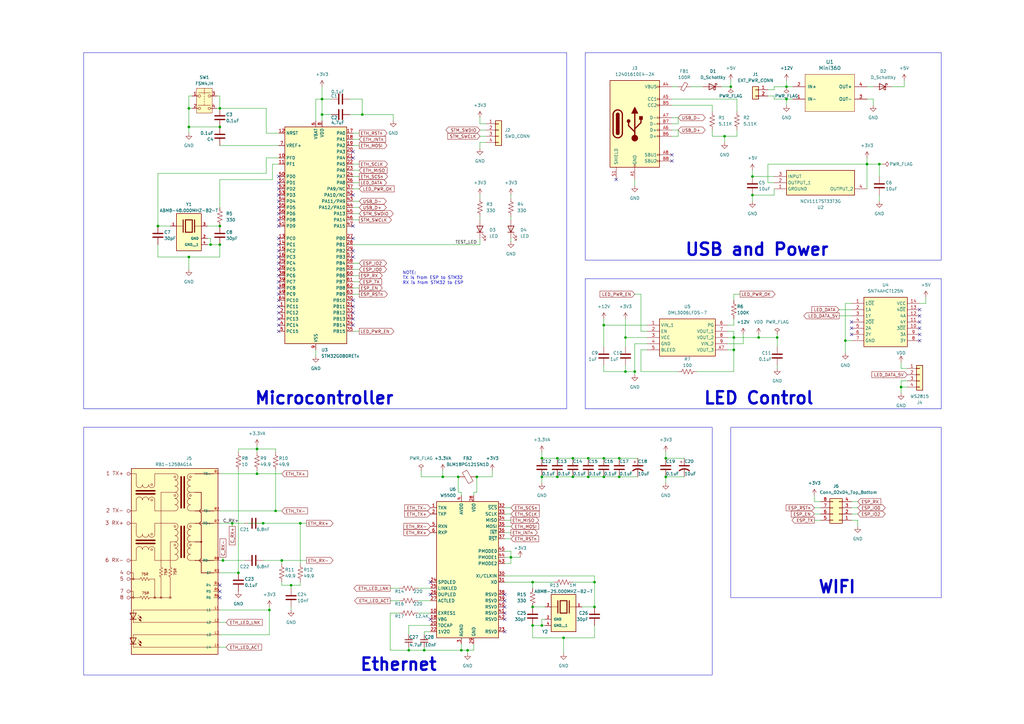
<source format=kicad_sch>
(kicad_sch (version 20230121) (generator eeschema)
  (paper "A3")
  (title_block (title "Microcontroller") (date "2024-01-11") (rev "A.1") (company "Joseph Ladino"))
  (junction (at 234.95 187.96))
  (junction (at 105.41 194.31))
  (junction (at 119.38 240.03))
  (junction (at 107.95 214.63))
  (junction (at 132.08 46.99))
  (junction (at 95.25 214.63))
  (junction (at 167.64 266.7))
  (junction (at 218.44 256.54))
  (junction (at 311.15 138.43))
  (junction (at 234.95 195.58))
  (junction (at 187.96 195.58))
  (junction (at 228.6 195.58))
  (junction (at 355.6 67.31))
  (junction (at 77.47 44.45))
  (junction (at 308.61 80.01))
  (junction (at 64.77 92.71))
  (junction (at 90.17 52.07))
  (junction (at 218.44 238.76))
  (junction (at 299.72 35.56))
  (junction (at 191.77 266.7))
  (junction (at 90.17 92.71))
  (junction (at 181.61 195.58))
  (junction (at 247.65 187.96))
  (junction (at 228.6 187.96))
  (junction (at 241.3 187.96))
  (junction (at 273.05 187.96))
  (junction (at 113.03 209.55))
  (junction (at 97.79 234.95))
  (junction (at 322.58 40.64))
  (junction (at 256.54 152.4))
  (junction (at 115.57 229.87))
  (junction (at 360.68 67.31))
  (junction (at 241.3 195.58))
  (junction (at 254 195.58))
  (junction (at 308.61 72.39))
  (junction (at 77.47 52.07))
  (junction (at 91.44 229.87))
  (junction (at 256.54 138.43))
  (junction (at 77.47 105.41))
  (junction (at 90.17 100.33))
  (junction (at 231.14 261.62))
  (junction (at 243.84 238.76))
  (junction (at 105.41 184.15))
  (junction (at 318.77 138.43))
  (junction (at 90.17 44.45))
  (junction (at 247.65 133.35))
  (junction (at 300.99 138.43))
  (junction (at 300.99 143.51))
  (junction (at 148.59 46.99))
  (junction (at 346.71 139.7))
  (junction (at 195.58 195.58))
  (junction (at 173.99 266.7))
  (junction (at 369.57 158.75))
  (junction (at 273.05 195.58))
  (junction (at 297.18 55.88))
  (junction (at 132.08 40.64))
  (junction (at 218.44 248.92))
  (junction (at 86.36 100.33))
  (junction (at 222.25 256.54))
  (junction (at 222.25 187.96))
  (junction (at 209.55 228.6))
  (junction (at 254 187.96))
  (junction (at 222.25 195.58))
  (junction (at 247.65 195.58))
  (junction (at 123.19 214.63))
  (junction (at 110.49 250.19))
  (junction (at 189.23 266.7))
  (junction (at 243.84 248.92))
  (junction (at 322.58 35.56))
  (junction (at 260.35 152.4))
  (no_connect (at 114.3 107.95))
  (no_connect (at 377.19 127))
  (no_connect (at 349.25 137.16))
  (no_connect (at 114.3 85.09))
  (no_connect (at 144.78 97.79))
  (no_connect (at 144.78 105.41))
  (no_connect (at 144.78 102.87))
  (no_connect (at 114.3 92.71))
  (no_connect (at 176.53 243.84))
  (no_connect (at 114.3 110.49))
  (no_connect (at 377.19 132.08))
  (no_connect (at 114.3 74.93))
  (no_connect (at 349.25 132.08))
  (no_connect (at 114.3 115.57))
  (no_connect (at 90.17 245.11))
  (no_connect (at 114.3 130.81))
  (no_connect (at 144.78 64.77))
  (no_connect (at 114.3 118.11))
  (no_connect (at 144.78 130.81))
  (no_connect (at 207.01 246.38))
  (no_connect (at 275.59 66.04))
  (no_connect (at 114.3 128.27))
  (no_connect (at 207.01 251.46))
  (no_connect (at 114.3 105.41))
  (no_connect (at 252.73 73.66))
  (no_connect (at 114.3 72.39))
  (no_connect (at 377.19 137.16))
  (no_connect (at 114.3 125.73))
  (no_connect (at 377.19 129.54))
  (no_connect (at 90.17 240.03))
  (no_connect (at 275.59 63.5))
  (no_connect (at 144.78 92.71))
  (no_connect (at 349.25 134.62))
  (no_connect (at 207.01 243.84))
  (no_connect (at 114.3 113.03))
  (no_connect (at 114.3 100.33))
  (no_connect (at 114.3 120.65))
  (no_connect (at 207.01 248.92))
  (no_connect (at 176.53 254))
  (no_connect (at 114.3 77.47))
  (no_connect (at 144.78 128.27))
  (no_connect (at 114.3 90.17))
  (no_connect (at 114.3 80.01))
  (no_connect (at 144.78 123.19))
  (no_connect (at 90.17 242.57))
  (no_connect (at 114.3 97.79))
  (no_connect (at 207.01 259.08))
  (no_connect (at 114.3 87.63))
  (no_connect (at 114.3 82.55))
  (no_connect (at 144.78 62.23))
  (no_connect (at 114.3 123.19))
  (no_connect (at 114.3 133.35))
  (no_connect (at 176.53 238.76))
  (no_connect (at 377.19 134.62))
  (no_connect (at 144.78 80.01))
  (no_connect (at 114.3 135.89))
  (no_connect (at 377.19 139.7))
  (no_connect (at 114.3 102.87))
  (no_connect (at 207.01 254))
  (no_connect (at 144.78 133.35))
  (no_connect (at 144.78 125.73))
  (wire (pts (xy 196.85 58.42) (xy 199.39 58.42)))
  (wire (pts (xy 325.12 35.56) (xy 322.58 35.56)))
  (wire (pts (xy 314.96 67.31) (xy 314.96 74.93)))
  (wire (pts (xy 144.78 57.15) (xy 147.32 57.15)))
  (wire (pts (xy 351.79 208.28) (xy 349.25 208.28)))
  (wire (pts (xy 275.59 43.18) (xy 292.1 43.18)))
  (wire (pts (xy 207.01 210.82) (xy 209.55 210.82)))
  (wire (pts (xy 90.17 209.55) (xy 113.03 209.55)))
  (wire (pts (xy 247.65 187.96) (xy 254 187.96)))
  (wire (pts (xy 144.78 54.61) (xy 147.32 54.61)))
  (wire (pts (xy 167.64 266.7) (xy 160.02 266.7)))
  (wire (pts (xy 317.5 77.47) (xy 317.5 80.01)))
  (wire (pts (xy 275.59 53.34) (xy 278.13 53.34)))
  (wire (pts (xy 144.78 72.39) (xy 147.32 72.39)))
  (wire (pts (xy 298.45 133.35) (xy 300.99 133.35)))
  (wire (pts (xy 196.85 55.88) (xy 199.39 55.88)))
  (wire (pts (xy 207.01 208.28) (xy 209.55 208.28)))
  (wire (pts (xy 132.08 46.99) (xy 135.89 46.99)))
  (wire (pts (xy 317.5 39.37) (xy 317.5 40.64)))
  (wire (pts (xy 318.77 138.43) (xy 318.77 142.24)))
  (wire (pts (xy 144.78 107.95) (xy 147.32 107.95)))
  (wire (pts (xy 64.77 71.12) (xy 64.77 92.71)))
  (wire (pts (xy 209.55 80.01) (xy 209.55 81.28)))
  (wire (pts (xy 209.55 90.17) (xy 209.55 88.9)))
  (wire (pts (xy 173.99 266.7) (xy 173.99 265.43)))
  (wire (pts (xy 173.99 260.35) (xy 173.99 259.08)))
  (wire (pts (xy 273.05 195.58) (xy 273.05 198.12)))
  (wire (pts (xy 298.45 138.43) (xy 300.99 138.43)))
  (wire (pts (xy 187.96 195.58) (xy 181.61 195.58)))
  (wire (pts (xy 129.54 40.64) (xy 129.54 49.53)))
  (wire (pts (xy 64.77 71.12) (xy 109.22 71.12)))
  (wire (pts (xy 260.35 73.66) (xy 260.35 76.2)))
  (wire (pts (xy 218.44 238.76) (xy 218.44 241.3)))
  (wire (pts (xy 314.96 39.37) (xy 317.5 39.37)))
  (wire (pts (xy 260.35 140.97) (xy 260.35 152.4)))
  (wire (pts (xy 191.77 266.7) (xy 191.77 267.97)))
  (wire (pts (xy 196.85 97.79) (xy 196.85 100.33)))
  (wire (pts (xy 97.79 184.15) (xy 97.79 185.42)))
  (wire (pts (xy 265.43 135.89) (xy 262.89 135.89)))
  (wire (pts (xy 292.1 53.34) (xy 292.1 55.88)))
  (wire (pts (xy 113.03 184.15) (xy 113.03 185.42)))
  (wire (pts (xy 195.58 195.58) (xy 195.58 201.93)))
  (wire (pts (xy 171.45 246.38) (xy 176.53 246.38)))
  (wire (pts (xy 77.47 44.45) (xy 77.47 52.07)))
  (wire (pts (xy 241.3 187.96) (xy 247.65 187.96)))
  (wire (pts (xy 77.47 105.41) (xy 90.17 105.41)))
  (wire (pts (xy 95.25 215.9) (xy 95.25 214.63)))
  (wire (pts (xy 77.47 39.37) (xy 78.74 39.37)))
  (wire (pts (xy 334.01 210.82) (xy 336.55 210.82)))
  (wire (pts (xy 85.09 92.71) (xy 90.17 92.71)))
  (wire (pts (xy 243.84 238.76) (xy 243.84 248.92)))
  (wire (pts (xy 144.78 120.65) (xy 147.32 120.65)))
  (wire (pts (xy 346.71 139.7) (xy 346.71 144.78)))
  (wire (pts (xy 209.55 99.06) (xy 209.55 97.79)))
  (wire (pts (xy 334.01 208.28) (xy 336.55 208.28)))
  (wire (pts (xy 90.17 194.31) (xy 105.41 194.31)))
  (wire (pts (xy 234.95 187.96) (xy 241.3 187.96)))
  (wire (pts (xy 86.36 97.79) (xy 86.36 100.33)))
  (wire (pts (xy 77.47 52.07) (xy 90.17 52.07)))
  (wire (pts (xy 379.73 124.46) (xy 377.19 124.46)))
  (wire (pts (xy 243.84 248.92) (xy 238.76 248.92)))
  (wire (pts (xy 302.26 53.34) (xy 302.26 55.88)))
  (wire (pts (xy 247.65 152.4) (xy 256.54 152.4)))
  (wire (pts (xy 317.5 80.01) (xy 308.61 80.01)))
  (wire (pts (xy 273.05 185.42) (xy 273.05 187.96)))
  (wire (pts (xy 101.6 214.63) (xy 107.95 214.63)))
  (wire (pts (xy 308.61 80.01) (xy 308.61 82.55)))
  (wire (pts (xy 111.76 73.66) (xy 111.76 67.31)))
  (wire (pts (xy 207.01 220.98) (xy 209.55 220.98)))
  (wire (pts (xy 372.11 156.21) (xy 369.57 156.21)))
  (wire (pts (xy 262.89 135.89) (xy 262.89 120.65)))
  (wire (pts (xy 344.17 127) (xy 349.25 127)))
  (wire (pts (xy 247.65 133.35) (xy 247.65 142.24)))
  (wire (pts (xy 256.54 138.43) (xy 256.54 130.81)))
  (wire (pts (xy 300.99 138.43) (xy 311.15 138.43)))
  (wire (pts (xy 123.19 238.76) (xy 123.19 240.03)))
  (wire (pts (xy 209.55 228.6) (xy 213.36 228.6)))
  (wire (pts (xy 254 187.96) (xy 261.62 187.96)))
  (wire (pts (xy 275.59 35.56) (xy 278.13 35.56)))
  (wire (pts (xy 95.25 214.63) (xy 100.33 214.63)))
  (wire (pts (xy 90.17 234.95) (xy 97.79 234.95)))
  (wire (pts (xy 194.31 266.7) (xy 191.77 266.7)))
  (wire (pts (xy 113.03 209.55) (xy 113.03 193.04)))
  (wire (pts (xy 300.99 152.4) (xy 300.99 143.51)))
  (wire (pts (xy 361.95 67.31) (xy 360.68 67.31)))
  (wire (pts (xy 292.1 45.72) (xy 292.1 43.18)))
  (wire (pts (xy 132.08 40.64) (xy 135.89 40.64)))
  (wire (pts (xy 171.45 241.3) (xy 176.53 241.3)))
  (wire (pts (xy 365.76 35.56) (xy 370.84 35.56)))
  (wire (pts (xy 349.25 205.74) (xy 351.79 205.74)))
  (wire (pts (xy 254 195.58) (xy 261.62 195.58)))
  (wire (pts (xy 129.54 143.51) (xy 129.54 146.05)))
  (wire (pts (xy 91.44 228.6) (xy 91.44 229.87)))
  (wire (pts (xy 90.17 100.33) (xy 90.17 105.41)))
  (wire (pts (xy 109.22 54.61) (xy 114.3 54.61)))
  (wire (pts (xy 115.57 229.87) (xy 107.95 229.87)))
  (wire (pts (xy 311.15 137.16) (xy 311.15 138.43)))
  (wire (pts (xy 160.02 251.46) (xy 160.02 266.7)))
  (wire (pts (xy 90.17 85.09) (xy 90.17 73.66)))
  (wire (pts (xy 105.41 184.15) (xy 97.79 184.15)))
  (wire (pts (xy 322.58 35.56) (xy 322.58 33.02)))
  (wire (pts (xy 97.79 193.04) (xy 97.79 234.95)))
  (wire (pts (xy 370.84 33.02) (xy 370.84 35.56)))
  (wire (pts (xy 143.51 46.99) (xy 148.59 46.99)))
  (wire (pts (xy 109.22 44.45) (xy 109.22 54.61)))
  (wire (pts (xy 207.01 236.22) (xy 243.84 236.22)))
  (wire (pts (xy 358.14 40.64) (xy 355.6 40.64)))
  (wire (pts (xy 90.17 59.69) (xy 114.3 59.69)))
  (wire (pts (xy 379.73 121.92) (xy 379.73 124.46)))
  (wire (pts (xy 260.35 152.4) (xy 260.35 153.67)))
  (wire (pts (xy 189.23 201.93) (xy 189.23 203.2)))
  (wire (pts (xy 304.8 140.97) (xy 298.45 140.97)))
  (wire (pts (xy 123.19 214.63) (xy 107.95 214.63)))
  (wire (pts (xy 194.31 264.16) (xy 194.31 266.7)))
  (wire (pts (xy 355.6 67.31) (xy 360.68 67.31)))
  (wire (pts (xy 336.55 205.74) (xy 334.01 205.74)))
  (wire (pts (xy 115.57 229.87) (xy 125.73 229.87)))
  (wire (pts (xy 223.52 256.54) (xy 222.25 256.54)))
  (wire (pts (xy 90.17 44.45) (xy 90.17 39.37)))
  (wire (pts (xy 110.49 250.19) (xy 90.17 250.19)))
  (wire (pts (xy 144.78 82.55) (xy 147.32 82.55)))
  (wire (pts (xy 144.78 135.89) (xy 147.32 135.89)))
  (wire (pts (xy 77.47 105.41) (xy 77.47 110.49)))
  (wire (pts (xy 110.49 260.35) (xy 110.49 250.19)))
  (wire (pts (xy 207.01 228.6) (xy 209.55 228.6)))
  (wire (pts (xy 247.65 133.35) (xy 247.65 130.81)))
  (wire (pts (xy 144.78 118.11) (xy 147.32 118.11)))
  (wire (pts (xy 241.3 195.58) (xy 247.65 195.58)))
  (wire (pts (xy 300.99 130.81) (xy 300.99 133.35)))
  (wire (pts (xy 231.14 261.62) (xy 231.14 267.97)))
  (wire (pts (xy 299.72 35.56) (xy 295.91 35.56)))
  (wire (pts (xy 275.59 40.64) (xy 302.26 40.64)))
  (wire (pts (xy 132.08 35.56) (xy 132.08 40.64)))
  (wire (pts (xy 85.09 97.79) (xy 86.36 97.79)))
  (wire (pts (xy 358.14 40.64) (xy 358.14 43.18)))
  (wire (pts (xy 228.6 195.58) (xy 234.95 195.58)))
  (wire (pts (xy 148.59 40.64) (xy 148.59 46.99)))
  (wire (pts (xy 344.17 129.54) (xy 349.25 129.54)))
  (wire (pts (xy 144.78 100.33) (xy 196.85 100.33)))
  (wire (pts (xy 196.85 50.8) (xy 196.85 48.26)))
  (wire (pts (xy 243.84 256.54) (xy 243.84 261.62)))
  (wire (pts (xy 262.89 152.4) (xy 262.89 143.51)))
  (wire (pts (xy 161.29 46.99) (xy 161.29 49.53)))
  (wire (pts (xy 223.52 254) (xy 222.25 254)))
  (wire (pts (xy 144.78 87.63) (xy 147.32 87.63)))
  (wire (pts (xy 369.57 156.21) (xy 369.57 158.75)))
  (wire (pts (xy 300.99 138.43) (xy 300.99 135.89)))
  (wire (pts (xy 349.25 139.7) (xy 346.71 139.7)))
  (wire (pts (xy 123.19 214.63) (xy 125.73 214.63)))
  (wire (pts (xy 207.01 213.36) (xy 209.55 213.36)))
  (wire (pts (xy 105.41 194.31) (xy 105.41 193.04)))
  (wire (pts (xy 207.01 215.9) (xy 209.55 215.9)))
  (wire (pts (xy 317.5 35.56) (xy 317.5 36.83)))
  (wire (pts (xy 372.11 158.75) (xy 369.57 158.75)))
  (wire (pts (xy 355.6 67.31) (xy 314.96 67.31)))
  (wire (pts (xy 299.72 33.02) (xy 299.72 35.56)))
  (wire (pts (xy 196.85 50.8) (xy 199.39 50.8)))
  (wire (pts (xy 92.71 255.27) (xy 90.17 255.27)))
  (wire (pts (xy 222.25 195.58) (xy 228.6 195.58)))
  (wire (pts (xy 90.17 260.35) (xy 110.49 260.35)))
  (wire (pts (xy 318.77 149.86) (xy 318.77 151.13)))
  (wire (pts (xy 171.45 251.46) (xy 176.53 251.46)))
  (wire (pts (xy 113.03 209.55) (xy 115.57 209.55)))
  (wire (pts (xy 278.13 55.88) (xy 275.59 55.88)))
  (wire (pts (xy 265.43 140.97) (xy 260.35 140.97)))
  (wire (pts (xy 64.77 92.71) (xy 69.85 92.71)))
  (wire (pts (xy 90.17 73.66) (xy 111.76 73.66)))
  (wire (pts (xy 318.77 137.16) (xy 318.77 138.43)))
  (wire (pts (xy 227.33 238.76) (xy 218.44 238.76)))
  (wire (pts (xy 243.84 238.76) (xy 234.95 238.76)))
  (wire (pts (xy 278.13 50.8) (xy 278.13 48.26)))
  (wire (pts (xy 144.78 67.31) (xy 147.32 67.31)))
  (wire (pts (xy 247.65 133.35) (xy 265.43 133.35)))
  (wire (pts (xy 85.09 100.33) (xy 86.36 100.33)))
  (wire (pts (xy 346.71 124.46) (xy 346.71 139.7)))
  (wire (pts (xy 187.96 201.93) (xy 189.23 201.93)))
  (wire (pts (xy 256.54 138.43) (xy 256.54 142.24)))
  (wire (pts (xy 334.01 213.36) (xy 336.55 213.36)))
  (wire (pts (xy 115.57 231.14) (xy 115.57 229.87)))
  (wire (pts (xy 223.52 248.92) (xy 218.44 248.92)))
  (wire (pts (xy 300.99 120.65) (xy 300.99 123.19)))
  (wire (pts (xy 304.8 137.16) (xy 304.8 140.97)))
  (wire (pts (xy 144.78 90.17) (xy 147.32 90.17)))
  (wire (pts (xy 273.05 195.58) (xy 280.67 195.58)))
  (wire (pts (xy 92.71 265.43) (xy 90.17 265.43)))
  (wire (pts (xy 167.64 266.7) (xy 173.99 266.7)))
  (wire (pts (xy 109.22 64.77) (xy 114.3 64.77)))
  (wire (pts (xy 285.75 152.4) (xy 300.99 152.4)))
  (wire (pts (xy 351.79 213.36) (xy 349.25 213.36)))
  (wire (pts (xy 275.59 50.8) (xy 278.13 50.8)))
  (wire (pts (xy 222.25 185.42) (xy 222.25 187.96)))
  (wire (pts (xy 243.84 236.22) (xy 243.84 238.76)))
  (wire (pts (xy 300.99 143.51) (xy 300.99 138.43)))
  (wire (pts (xy 218.44 256.54) (xy 218.44 261.62)))
  (wire (pts (xy 355.6 35.56) (xy 358.14 35.56)))
  (wire (pts (xy 222.25 254) (xy 222.25 256.54)))
  (wire (pts (xy 163.83 251.46) (xy 160.02 251.46)))
  (wire (pts (xy 265.43 138.43) (xy 256.54 138.43)))
  (wire (pts (xy 129.54 40.64) (xy 132.08 40.64)))
  (wire (pts (xy 297.18 55.88) (xy 297.18 58.42)))
  (wire (pts (xy 160.02 241.3) (xy 163.83 241.3)))
  (wire (pts (xy 77.47 52.07) (xy 77.47 54.61)))
  (wire (pts (xy 77.47 44.45) (xy 78.74 44.45)))
  (wire (pts (xy 115.57 240.03) (xy 115.57 238.76)))
  (wire (pts (xy 222.25 195.58) (xy 222.25 198.12)))
  (wire (pts (xy 119.38 240.03) (xy 115.57 240.03)))
  (wire (pts (xy 283.21 35.56) (xy 288.29 35.56)))
  (wire (pts (xy 292.1 55.88) (xy 297.18 55.88)))
  (wire (pts (xy 86.36 100.33) (xy 90.17 100.33)))
  (wire (pts (xy 64.77 100.33) (xy 64.77 105.41)))
  (wire (pts (xy 110.49 248.92) (xy 110.49 250.19)))
  (wire (pts (xy 132.08 46.99) (xy 132.08 49.53)))
  (wire (pts (xy 91.44 229.87) (xy 100.33 229.87)))
  (wire (pts (xy 123.19 240.03) (xy 119.38 240.03)))
  (wire (pts (xy 334.01 205.74) (xy 334.01 203.2)))
  (wire (pts (xy 209.55 228.6) (xy 209.55 226.06)))
  (wire (pts (xy 308.61 69.85) (xy 308.61 72.39)))
  (wire (pts (xy 196.85 53.34) (xy 199.39 53.34)))
  (wire (pts (xy 172.72 195.58) (xy 172.72 193.04)))
  (wire (pts (xy 173.99 266.7) (xy 189.23 266.7)))
  (wire (pts (xy 195.58 201.93) (xy 194.31 201.93)))
  (wire (pts (xy 207.01 218.44) (xy 209.55 218.44)))
  (wire (pts (xy 351.79 215.9) (xy 351.79 213.36)))
  (wire (pts (xy 297.18 55.88) (xy 302.26 55.88)))
  (wire (pts (xy 77.47 105.41) (xy 64.77 105.41)))
  (wire (pts (xy 322.58 35.56) (xy 317.5 35.56)))
  (wire (pts (xy 194.31 201.93) (xy 194.31 203.2)))
  (wire (pts (xy 278.13 152.4) (xy 262.89 152.4)))
  (wire (pts (xy 222.25 187.96) (xy 228.6 187.96)))
  (wire (pts (xy 234.95 195.58) (xy 241.3 195.58)))
  (wire (pts (xy 300.99 120.65) (xy 303.53 120.65)))
  (wire (pts (xy 372.11 151.13) (xy 369.57 151.13)))
  (wire (pts (xy 300.99 135.89) (xy 298.45 135.89)))
  (wire (pts (xy 231.14 261.62) (xy 218.44 261.62)))
  (wire (pts (xy 262.89 120.65) (xy 260.35 120.65)))
  (wire (pts (xy 105.41 182.88) (xy 105.41 184.15)))
  (wire (pts (xy 314.96 74.93) (xy 317.5 74.93)))
  (wire (pts (xy 132.08 40.64) (xy 132.08 46.99)))
  (wire (pts (xy 160.02 246.38) (xy 163.83 246.38)))
  (wire (pts (xy 189.23 266.7) (xy 191.77 266.7)))
  (wire (pts (xy 349.25 124.46) (xy 346.71 124.46)))
  (wire (pts (xy 322.58 40.64) (xy 322.58 43.18)))
  (wire (pts (xy 143.51 40.64) (xy 148.59 40.64)))
  (wire (pts (xy 181.61 195.58) (xy 172.72 195.58)))
  (wire (pts (xy 119.38 240.03) (xy 119.38 241.3)))
  (wire (pts (xy 201.93 195.58) (xy 201.93 193.04)))
  (wire (pts (xy 109.22 71.12) (xy 109.22 64.77)))
  (wire (pts (xy 355.6 64.77) (xy 355.6 67.31)))
  (wire (pts (xy 262.89 143.51) (xy 265.43 143.51)))
  (wire (pts (xy 355.6 67.31) (xy 355.6 77.47)))
  (wire (pts (xy 105.41 184.15) (xy 105.41 185.42)))
  (wire (pts (xy 196.85 60.96) (xy 196.85 58.42)))
  (wire (pts (xy 314.96 36.83) (xy 317.5 36.83)))
  (wire (pts (xy 308.61 72.39) (xy 317.5 72.39)))
  (wire (pts (xy 90.17 44.45) (xy 109.22 44.45)))
  (wire (pts (xy 196.85 88.9) (xy 196.85 90.17)))
  (wire (pts (xy 247.65 195.58) (xy 254 195.58)))
  (wire (pts (xy 317.5 40.64) (xy 322.58 40.64)))
  (wire (pts (xy 144.78 85.09) (xy 147.32 85.09)))
  (wire (pts (xy 77.47 44.45) (xy 77.47 39.37)))
  (wire (pts (xy 247.65 149.86) (xy 247.65 152.4)))
  (wire (pts (xy 123.19 231.14) (xy 123.19 214.63)))
  (wire (pts (xy 181.61 193.04) (xy 181.61 195.58)))
  (wire (pts (xy 207.01 238.76) (xy 218.44 238.76)))
  (wire (pts (xy 144.78 77.47) (xy 147.32 77.47)))
  (wire (pts (xy 167.64 256.54) (xy 167.64 260.35)))
  (wire (pts (xy 195.58 195.58) (xy 201.93 195.58)))
  (wire (pts (xy 275.59 48.26) (xy 278.13 48.26)))
  (wire (pts (xy 144.78 59.69) (xy 147.32 59.69)))
  (wire (pts (xy 318.77 138.43) (xy 311.15 138.43)))
  (wire (pts (xy 88.9 44.45) (xy 90.17 44.45)))
  (wire (pts (xy 173.99 259.08) (xy 176.53 259.08)))
  (wire (pts (xy 369.57 148.59) (xy 369.57 151.13)))
  (wire (pts (xy 105.41 194.31) (xy 115.57 194.31)))
  (wire (pts (xy 228.6 187.96) (xy 234.95 187.96)))
  (wire (pts (xy 119.38 248.92) (xy 119.38 250.19)))
  (wire (pts (xy 298.45 143.51) (xy 300.99 143.51)))
  (wire (pts (xy 231.14 261.62) (xy 243.84 261.62)))
  (wire (pts (xy 302.26 45.72) (xy 302.26 40.64)))
  (wire (pts (xy 196.85 80.01) (xy 196.85 81.28)))
  (wire (pts (xy 90.17 214.63) (xy 95.25 214.63)))
  (wire (pts (xy 273.05 187.96) (xy 280.67 187.96)))
  (wire (pts (xy 187.96 195.58) (xy 187.96 201.93)))
  (wire (pts (xy 176.53 256.54) (xy 167.64 256.54)))
  (wire (pts (xy 161.29 46.99) (xy 148.59 46.99)))
  (wire (pts (xy 325.12 40.64) (xy 322.58 40.64)))
  (wire (pts (xy 189.23 264.16) (xy 189.23 266.7)))
  (wire (pts (xy 209.55 231.14) (xy 207.01 231.14)))
  (wire (pts (xy 209.55 226.06) (xy 207.01 226.06)))
  (wire (pts (xy 369.57 158.75) (xy 369.57 161.29)))
  (wire (pts (xy 144.78 115.57) (xy 147.32 115.57)))
  (wire (pts (xy 90.17 229.87) (xy 91.44 229.87)))
  (wire (pts (xy 90.17 39.37) (xy 88.9 39.37)))
  (wire (pts (xy 111.76 67.31) (xy 114.3 67.31)))
  (wire (pts (xy 360.68 80.01) (xy 360.68 82.55)))
  (wire (pts (xy 144.78 113.03) (xy 147.32 113.03)))
  (wire (pts (xy 256.54 149.86) (xy 256.54 152.4)))
  (wire (pts (xy 278.13 53.34) (xy 278.13 55.88)))
  (wire (pts (xy 256.54 152.4) (xy 260.35 152.4)))
  (wire (pts (xy 105.41 184.15) (xy 113.03 184.15)))
  (wire (pts (xy 222.25 256.54) (xy 218.44 256.54)))
  (wire (pts (xy 360.68 72.39) (xy 360.68 67.31)))
  (wire (pts (xy 144.78 74.93) (xy 147.32 74.93)))
  (wire (pts (xy 167.64 266.7) (xy 167.64 265.43)))
  (wire (pts (xy 144.78 110.49) (xy 147.32 110.49)))
  (wire (pts (xy 144.78 69.85) (xy 147.32 69.85)))
  (wire (pts (xy 351.79 210.82) (xy 349.25 210.82)))
  (wire (pts (xy 209.55 228.6) (xy 209.55 231.14)))
  (rectangle (start 299.72 175.26) (end 386.08 245.11))
  (rectangle (start 240.03 21.59) (end 386.08 106.68))
  (rectangle (start 240.03 114.3) (end 386.08 167.64))
  (rectangle (start 34.29 175.26) (end 292.1 276.86))
  (rectangle (start 34.29 21.59) (end 232.41 167.64))
  (text "USB and Power" (at 280.67 105.41 0) (effects (font (size 5 5) (thickness 1) bold) (justify left bottom)))
  (text "LED Control" (at 288.29 166.37 0) (effects (font (size 5 5) (thickness 1) bold) (justify left bottom)))
  (text "WIFI" (at 335.28 243.84 0) (effects (font (size 5 5) (thickness 1) bold) (justify left bottom)))
  (text "Ethernet" (at 147.32 275.59 0) (effects (font (size 5 5) (thickness 1) bold) (justify left bottom)))
  (text "Microcontroller" (at 104.14 166.37 0) (effects (font (size 5 5) (thickness 1) bold) (justify left bottom)))
  (text "NOTE: \nTX is from ESP to STM32\nRX is from STM32 to ESP" (at 165.1 116.84 0) (effects (font (size 1.27 1.27)) (justify left bottom)))
  (label "C_RX+" (at 91.44 214.63 0))
  (label "TEST_LED" (at 186.69 100.33 0))
  (global_label "ETH_RX-" (shape output) (at 125.73 229.87 0) (property "Intersheetrefs" "${INTERSHEET_REFS}" (effects hide)))
  (global_label "ETH_RX-" (shape input) (at 176.53 215.9 180) (property "Intersheetrefs" "${INTERSHEET_REFS}" (effects hide)))
  (global_label "ETH_LED_LNK" (shape input) (at 92.71 255.27 0) (property "Intersheetrefs" "${INTERSHEET_REFS}" (effects hide)))
  (global_label "LED_DATA_5V" (shape input) (at 372.11 153.67 180) (property "Intersheetrefs" "${INTERSHEET_REFS}" (effects hide)))
  (global_label "ESP_RSTn" (shape output) (at 147.32 120.65 0) (property "Intersheetrefs" "${INTERSHEET_REFS}" (effects hide)))
  (global_label "ETH_SCSn" (shape output) (at 147.32 72.39 0) (property "Intersheetrefs" "${INTERSHEET_REFS}" (effects hide)))
  (global_label "ETH_TX-" (shape input) (at 115.57 209.55 0) (property "Intersheetrefs" "${INTERSHEET_REFS}" (effects hide)))
  (global_label "ETH_RX+" (shape input) (at 176.53 218.44 180) (property "Intersheetrefs" "${INTERSHEET_REFS}" (effects hide)))
  (global_label "ETH_TX-" (shape input) (at 176.53 208.28 180) (property "Intersheetrefs" "${INTERSHEET_REFS}" (effects hide)))
  (global_label "LED_PWR_OK" (shape output) (at 303.53 120.65 0) (property "Intersheetrefs" "${INTERSHEET_REFS}" (effects hide)))
  (global_label "ETH_INTn" (shape output) (at 209.55 218.44 0) (property "Intersheetrefs" "${INTERSHEET_REFS}" (effects hide)))
  (global_label "ESP_EN" (shape input) (at 334.01 210.82 180) (property "Intersheetrefs" "${INTERSHEET_REFS}" (effects hide)))
  (global_label "STM_SWDIO" (shape bidirectional) (at 196.85 53.34 180) (property "Intersheetrefs" "${INTERSHEET_REFS}" (effects hide)))
  (global_label "ETH_TX+" (shape input) (at 176.53 210.82 180) (property "Intersheetrefs" "${INTERSHEET_REFS}" (effects hide)))
  (global_label "USB_D-" (shape bidirectional) (at 147.32 82.55 0) (property "Intersheetrefs" "${INTERSHEET_REFS}" (effects hide)))
  (global_label "ESP_TX" (shape output) (at 334.01 213.36 180) (property "Intersheetrefs" "${INTERSHEET_REFS}" (effects hide)))
  (global_label "LED_DATA" (shape input) (at 344.17 127 180) (property "Intersheetrefs" "${INTERSHEET_REFS}" (effects hide)))
  (global_label "ETH_SCSn" (shape input) (at 209.55 208.28 0) (property "Intersheetrefs" "${INTERSHEET_REFS}" (effects hide)))
  (global_label "ETH_MOSI" (shape output) (at 147.32 59.69 0) (property "Intersheetrefs" "${INTERSHEET_REFS}" (effects hide)))
  (global_label "ETH_MISO" (shape output) (at 209.55 213.36 0) (property "Intersheetrefs" "${INTERSHEET_REFS}" (effects hide)))
  (global_label "ETH_TX+" (shape input) (at 115.57 194.31 0) (property "Intersheetrefs" "${INTERSHEET_REFS}" (effects hide)))
  (global_label "ETH_SCLK" (shape input) (at 209.55 210.82 0) (property "Intersheetrefs" "${INTERSHEET_REFS}" (effects hide)))
  (global_label "ETH_LED_LNK" (shape output) (at 160.02 241.3 180) (property "Intersheetrefs" "${INTERSHEET_REFS}" (effects hide)))
  (global_label "ESP_TX" (shape input) (at 147.32 115.57 0) (property "Intersheetrefs" "${INTERSHEET_REFS}" (effects hide)))
  (global_label "STM_SWDIO" (shape bidirectional) (at 147.32 87.63 0) (property "Intersheetrefs" "${INTERSHEET_REFS}" (effects hide)))
  (global_label "ETH_MOSI" (shape input) (at 209.55 215.9 0) (property "Intersheetrefs" "${INTERSHEET_REFS}" (effects hide)))
  (global_label "ESP_RX" (shape input) (at 351.79 205.74 0) (property "Intersheetrefs" "${INTERSHEET_REFS}" (effects hide)))
  (global_label "ETH_LED_ACT" (shape input) (at 92.71 265.43 0) (property "Intersheetrefs" "${INTERSHEET_REFS}" (effects hide)))
  (global_label "LED_PWR_OK" (shape input) (at 147.32 77.47 0) (property "Intersheetrefs" "${INTERSHEET_REFS}" (effects hide)))
  (global_label "ETH_INTn" (shape input) (at 147.32 57.15 0) (property "Intersheetrefs" "${INTERSHEET_REFS}" (effects hide)))
  (global_label "USB_D+" (shape bidirectional) (at 147.32 85.09 0) (property "Intersheetrefs" "${INTERSHEET_REFS}" (effects hide)))
  (global_label "ESP_RX" (shape output) (at 147.32 113.03 0) (property "Intersheetrefs" "${INTERSHEET_REFS}" (effects hide)))
  (global_label "ESP_IO0" (shape bidirectional) (at 351.79 208.28 0) (property "Intersheetrefs" "${INTERSHEET_REFS}" (effects hide)))
  (global_label "ESP_IO0" (shape bidirectional) (at 147.32 110.49 0) (property "Intersheetrefs" "${INTERSHEET_REFS}" (effects hide)))
  (global_label "C_RX-" (shape passive) (at 91.44 228.6 90) (property "Intersheetrefs" "${INTERSHEET_REFS}" (effects hide)))
  (global_label "LED_DATA_5V" (shape output) (at 344.17 129.54 180) (property "Intersheetrefs" "${INTERSHEET_REFS}" (effects hide)))
  (global_label "ETH_LED_ACT" (shape output) (at 160.02 246.38 180) (property "Intersheetrefs" "${INTERSHEET_REFS}" (effects hide)))
  (global_label "ETH_RSTn" (shape output) (at 147.32 54.61 0) (property "Intersheetrefs" "${INTERSHEET_REFS}" (effects hide)))
  (global_label "USB_D-" (shape bidirectional) (at 278.13 48.26 0) (property "Intersheetrefs" "${INTERSHEET_REFS}" (effects hide)))
  (global_label "ESP_IO2" (shape bidirectional) (at 351.79 210.82 0) (property "Intersheetrefs" "${INTERSHEET_REFS}" (effects hide)))
  (global_label "STM_SWCLK" (shape output) (at 147.32 90.17 0) (property "Intersheetrefs" "${INTERSHEET_REFS}" (effects hide)))
  (global_label "C_RX+" (shape passive) (at 95.25 215.9 270) (property "Intersheetrefs" "${INTERSHEET_REFS}" (effects hide)))
  (global_label "ETH_MISO" (shape input) (at 147.32 69.85 0) (property "Intersheetrefs" "${INTERSHEET_REFS}" (effects hide)))
  (global_label "LED_DATA" (shape output) (at 147.32 74.93 0) (property "Intersheetrefs" "${INTERSHEET_REFS}" (effects hide)))
  (global_label "STM_SWCLK" (shape input) (at 196.85 55.88 180) (property "Intersheetrefs" "${INTERSHEET_REFS}" (effects hide)))
  (global_label "ESP_EN" (shape output) (at 147.32 118.11 0) (property "Intersheetrefs" "${INTERSHEET_REFS}" (effects hide)))
  (global_label "ETH_RX+" (shape output) (at 125.73 214.63 0) (property "Intersheetrefs" "${INTERSHEET_REFS}" (effects hide)))
  (global_label "ESP_IO2" (shape bidirectional) (at 147.32 107.95 0) (property "Intersheetrefs" "${INTERSHEET_REFS}" (effects hide)))
  (global_label "USB_D+" (shape bidirectional) (at 278.13 53.34 0) (property "Intersheetrefs" "${INTERSHEET_REFS}" (effects hide)))
  (global_label "LED_PWR_EN" (shape input) (at 260.35 120.65 180) (property "Intersheetrefs" "${INTERSHEET_REFS}" (effects hide)))
  (global_label "ETH_SCLK" (shape output) (at 147.32 67.31 0) (property "Intersheetrefs" "${INTERSHEET_REFS}" (effects hide)))
  (global_label "ETH_RSTn" (shape input) (at 209.55 220.98 0) (property "Intersheetrefs" "${INTERSHEET_REFS}" (effects hide)))
  (global_label "ESP_RSTn" (shape input) (at 334.01 208.28 180) (property "Intersheetrefs" "${INTERSHEET_REFS}" (effects hide)))
  (global_label "LED_PWR_EN" (shape output) (at 147.32 135.89 0) (property "Intersheetrefs" "${INTERSHEET_REFS}" (effects hide)))
  (symbol (lib_id "Connector_Generic:Conn_01x02") (at 309.88 36.83 0) (mirror y) (unit 1)
    (property "Reference" "J1" (at 309.88 30.48 0))
    (property "Value" "EXT_PWR_CONN" (at 309.88 33.02 0))
    (property "Footprint" "Custom Connectors:1x02 M4 RING" (effects hide))
  )
  (symbol (lib_id "power:+3V3") (at 273.05 185.42 0) (unit 1)
    (property "Reference" "#PWR034" (effects hide))
    (property "Value" "+3V3" (at 273.05 180.34 0))
  )
  (symbol (lib_id "Device:C") (at 360.68 76.2 0) (unit 1)
    (property "Reference" "C6" (at 363.22 74.93 0) (effects (justify left)))
    (property "Value" "10uF" (at 363.22 77.47 0) (effects (justify left)))
    (property "Footprint" "Capacitor_SMD:C_0805_2012Metric" (effects hide))
  )
  (symbol (lib_id "Device:R_US") (at 167.64 241.3 270) (unit 1)
    (property "Reference" "R14" (at 163.83 242.57 90))
    (property "Value" "220" (at 171.45 242.57 90))
    (property "Footprint" "Resistor_SMD:R_0603_1608Metric" (effects hide))
  )
  (symbol (lib_id "Device:R_US") (at 231.14 238.76 270) (unit 1)
    (property "Reference" "R13" (at 227.33 240.03 90))
    (property "Value" "1M" (at 234.95 240.03 90))
    (property "Footprint" "Resistor_SMD:R_0603_1608Metric" (effects hide))
  )
  (symbol (lib_id "power:GND") (at 209.55 99.06 0) (unit 1)
    (property "Reference" "#PWR019" (effects hide))
    (property "Value" "GND" (at 209.55 104.14 0))
  )
  (symbol (lib_id "power:+3V3") (at 132.08 35.56 0) (unit 1)
    (property "Reference" "#PWR04" (effects hide))
    (property "Value" "+3V3" (at 132.08 30.48 0))
  )
  (symbol (lib_id "power:GND") (at 369.57 161.29 0) (unit 1)
    (property "Reference" "#PWR031" (effects hide))
    (property "Value" "GND" (at 369.57 166.37 0))
  )
  (symbol (lib_id "Device:C") (at 104.14 214.63 90) (unit 1)
    (property "Reference" "C21" (at 100.33 217.17 90))
    (property "Value" "6.8nF" (at 107.95 217.17 90))
    (property "Footprint" "Capacitor_SMD:C_0603_1608Metric" (effects hide))
  )
  (symbol (lib_id "Device:R_US") (at 167.64 246.38 270) (unit 1)
    (property "Reference" "R16" (at 163.83 247.65 90))
    (property "Value" "220" (at 171.45 247.65 90))
    (property "Footprint" "Resistor_SMD:R_0603_1608Metric" (effects hide))
  )
  (symbol (lib_id "Switch:SW_Push_Dual") (at 83.82 41.91 0) (unit 1)
    (property "Reference" "SW1" (at 83.82 31.75 0))
    (property "Value" "FSM4JH" (at 83.82 34.29 0))
    (property "Footprint" "SamacSys_Parts:FSM4JH" (effects hide))
    (property "Datasheet" "http://www.te.com/commerce/DocumentDelivery/DDEController?Action=showdoc&DocId=Customer+Drawing%7F1825910%7FC9%7Fpdf%7FEnglish%7FENG_CD_1825910_C9.pdf%7F1825910-6" (effects hide))
    (property "Manufacturer_Name" "TE Connectivity" (effects hide))
    (property "Manufacturer_Part_Number" "FSM4JH" (effects hide))
    (property "Mouser Part Number" "506-FSM4JH" (effects hide))
    (property "Mouser Price/Stock" "https://www.mouser.co.uk/ProductDetail/TE-Connectivity-Alcoswitch/FSM4JH?qs=g%252BEszo6zu8OwVWrHD2r3Rw%3D%3D" (effects hide))
    (property "Arrow Part Number" "FSM4JH" (effects hide))
    (property "Arrow Price/Stock" "https://www.arrow.com/en/products/fsm4jh/te-connectivity?region=nac" (effects hide))
  )
  (symbol (lib_id "Device:C") (at 139.7 40.64 90) (unit 1)
    (property "Reference" "C1" (at 138.43 39.37 90) (effects (justify left)))
    (property "Value" "0.1uF" (at 141.2625 37.6073 90) (effects (justify left)))
    (property "Footprint" "Capacitor_SMD:C_0603_1608Metric" (effects hide))
  )
  (symbol (lib_id "power:+5V") (at 379.73 121.92 0) (unit 1)
    (property "Reference" "#PWR021" (effects hide))
    (property "Value" "+5V" (at 379.73 116.84 0))
  )
  (symbol (lib_id "Device:C_Polarized_US") (at 280.67 191.77 0) (unit 1)
    (property "Reference" "C20" (at 280.67 189.23 0) (effects (justify left)))
    (property "Value" "10uF" (at 280.67 194.31 0) (effects (justify left)))
    (property "Footprint" "Capacitor_SMD:CP_Elec_4x5.3" (effects hide))
  )
  (symbol (lib_id "power:PWR_FLAG") (at 361.95 67.31 270) (unit 1)
    (property "Reference" "#FLG03" (effects hide))
    (property "Value" "PWR_FLAG" (at 369.57 67.31 90))
  )
  (symbol (lib_id "power:GND") (at 346.71 144.78 0) (unit 1)
    (property "Reference" "#PWR026" (effects hide))
    (property "Value" "GND" (at 346.71 149.86 0))
  )
  (symbol (lib_id "Device:R_US") (at 218.44 245.11 0) (mirror x) (unit 1)
    (property "Reference" "R15" (at 215.9 243.84 0) (effects (justify right)))
    (property "Value" "330" (at 215.9 246.38 0) (effects (justify right)))
    (property "Footprint" "Resistor_SMD:R_0603_1608Metric" (effects hide))
  )
  (symbol (lib_id "power:GND") (at 97.79 242.57 0) (unit 1)
    (property "Reference" "#PWR042" (effects hide))
    (property "Value" "GND" (at 97.79 247.65 0))
  )
  (symbol (lib_id "Device:C") (at 90.17 55.88 180) (unit 1)
    (property "Reference" "C4" (at 87.63 57.15 0) (effects (justify left)))
    (property "Value" "0.1uF" (at 87.63 54.61 0) (effects (justify left)))
    (property "Footprint" "Capacitor_SMD:C_0603_1608Metric" (effects hide))
  )
  (symbol (lib_id "Device:C") (at 104.14 229.87 90) (unit 1)
    (property "Reference" "C22" (at 100.33 232.41 90))
    (property "Value" "6.8nF" (at 107.95 232.41 90))
    (property "Footprint" "Capacitor_SMD:C_0603_1608Metric" (effects hide))
  )
  (symbol (lib_id "power:+5V") (at 370.84 33.02 0) (unit 1)
    (property "Reference" "#PWR03" (effects hide))
    (property "Value" "+5V" (at 370.84 27.94 0))
  )
  (symbol (lib_id "power:+3V3") (at 213.36 228.6 0) (unit 1)
    (property "Reference" "#PWR041" (effects hide))
    (property "Value" "+3V3" (at 213.36 224.79 0))
  )
  (symbol (lib_id "Device:D_Schottky") (at 361.95 35.56 0) (mirror y) (unit 1)
    (property "Reference" "D2" (at 362.2675 29.21 0))
    (property "Value" "D_Schottky" (at 362.2675 31.75 0))
    (property "Footprint" "Diode_SMD:D_SMA-SMB_Universal_Handsoldering" (effects hide))
  )
  (symbol (lib_id "Device:C") (at 318.77 146.05 180) (unit 1)
    (property "Reference" "C11" (at 312.42 144.78 0) (effects (justify right)))
    (property "Value" "0.1uF" (at 311.15 147.32 0) (effects (justify right)))
    (property "Footprint" "Capacitor_SMD:C_0603_1608Metric" (effects hide))
  )
  (symbol (lib_id "Device:C_Polarized_US") (at 261.62 191.77 0) (unit 1)
    (property "Reference" "C18" (at 261.62 189.23 0) (effects (justify left)))
    (property "Value" "10uF" (at 261.62 194.31 0) (effects (justify left)))
    (property "Footprint" "Capacitor_SMD:CP_Elec_4x5.3" (effects hide))
  )
  (symbol (lib_id "RB1-125BAG1A:RB1-125BAG1A") (at 69.85 229.87 0) (mirror y) (unit 1)
    (property "Reference" "J5" (at 78.74 187.96 0) (effects (justify left)))
    (property "Value" "RB1-125BAG1A" (at 78.74 190.5 0) (effects (justify left)))
    (property "Footprint" "RB1-125BAG1A:WIZNET_RB1-125BAG1A" (effects hide))
    (property "MF" "WIZnet" (effects hide))
    (property "Description" "\n1 Port RJ45 Magjack Connector Through Hole 10/100 Base-T, AutoMDIX\n" (effects hide))
    (property "Package" "None" (effects hide))
    (property "Price" "None" (effects hide))
    (property "Check_prices" "https://www.snapeda.com/parts/RB1-125BAG1A/WIZnet/view-part/?ref=eda" (effects hide))
    (property "SnapEDA_Link" "https://www.snapeda.com/parts/RB1-125BAG1A/WIZnet/view-part/?ref=snap" (effects hide))
    (property "MP" "RB1-125BAG1A" (effects hide))
    (property "Purchase-URL" "https://www.snapeda.com/api/url_track_click_mouser/?unipart_id=226215&manufacturer=WIZnet&part_name=RB1-125BAG1A&search_term=None" (effects hide))
    (property "Availability" "In Stock" (effects hide))
    (property "MANUFACTURER" "WIZnet" (effects hide))
  )
  (symbol (lib_id "Device:C_Small") (at 167.64 262.89 180) (unit 1)
    (property "Reference" "C27" (at 167.7618 261.3182 0) (effects (justify right)))
    (property "Value" "4.7uF" (at 167.8827 264.5227 0) (effects (justify right)))
    (property "Footprint" "Capacitor_SMD:C_0603_1608Metric" (effects hide))
  )
  (symbol (lib_id "Device:R_US") (at 105.41 189.23 0) (unit 1)
    (property "Reference" "R9" (at 106.68 187.96 0) (effects (justify left)))
    (property "Value" "49.9" (at 106.68 190.5 0) (effects (justify left)))
    (property "Footprint" "Resistor_SMD:R_0603_1608Metric" (effects hide))
  )
  (symbol (lib_id "power:GND") (at 191.77 267.97 0) (unit 1)
    (property "Reference" "#PWR045" (effects hide))
    (property "Value" "GND" (at 191.77 273.05 0))
  )
  (symbol (lib_id "power:GND") (at 322.58 43.18 0) (unit 1)
    (property "Reference" "#PWR05" (effects hide))
    (property "Value" "GND" (at 322.58 48.26 0))
  )
  (symbol (lib_id "Device:C_Small") (at 173.99 262.89 180) (unit 1)
    (property "Reference" "C28" (at 174.1118 261.3182 0) (effects (justify right)))
    (property "Value" "10nF" (at 174.2327 264.5227 0) (effects (justify right)))
    (property "Footprint" "Capacitor_SMD:C_0603_1608Metric" (effects hide))
  )
  (symbol (lib_id "power:PWR_FLAG") (at 322.58 35.56 180) (unit 1)
    (property "Reference" "#FLG02" (effects hide))
    (property "Value" "PWR_FLAG" (at 322.58 39.37 0))
  )
  (symbol (lib_id "Device:C") (at 256.54 146.05 180) (unit 1)
    (property "Reference" "C10" (at 251.46 144.78 0) (effects (justify right)))
    (property "Value" "1uF" (at 250.19 147.32 0) (effects (justify right)))
    (property "Footprint" "Capacitor_SMD:C_0603_1608Metric" (effects hide))
  )
  (symbol (lib_id "Device:R_US") (at 113.03 189.23 0) (unit 1)
    (property "Reference" "R10" (at 114.3 187.96 0) (effects (justify left)))
    (property "Value" "49.9" (at 114.3 190.5 0) (effects (justify left)))
    (property "Footprint" "Resistor_SMD:R_0603_1608Metric" (effects hide))
  )
  (symbol (lib_id "power:GND") (at 161.29 49.53 0) (unit 1)
    (property "Reference" "#PWR08" (effects hide))
    (property "Value" "GND" (at 161.29 54.61 0))
  )
  (symbol (lib_id "power:+5V") (at 299.72 33.02 0) (unit 1)
    (property "Reference" "#PWR01" (effects hide))
    (property "Value" "+5V" (at 299.72 27.94 0))
  )
  (symbol (lib_id "Connector_Generic:Conn_01x04") (at 377.19 153.67 0) (unit 1)
    (property "Reference" "J4" (at 377.19 165.1 0))
    (property "Value" "WS2815" (at 377.19 162.56 0))
    (property "Footprint" "Custom Connectors:LED Strip Connector" (effects hide))
  )
  (symbol (lib_id "Device:R_US") (at 90.17 88.9 180) (unit 1)
    (property "Reference" "R5" (at 92.71 87.63 0) (effects (justify right)))
    (property "Value" "330" (at 92.71 90.17 0) (effects (justify right)))
    (property "Footprint" "Resistor_SMD:R_0603_1608Metric" (effects hide))
  )
  (symbol (lib_id "power:+3.3VA") (at 105.41 182.88 0) (unit 1)
    (property "Reference" "#PWR032" (effects hide))
    (property "Value" "+3.3VA" (at 105.41 177.8 0))
  )
  (symbol (lib_id "Device:FerriteBead") (at 191.77 195.58 270) (mirror x) (unit 1)
    (property "Reference" "FB2" (at 191.8208 187.96 90))
    (property "Value" "BLM18PG121SN1D" (at 191.8208 190.5 90))
    (property "Footprint" "SamacSys_Parts:BLM18SP221SN1B" (effects hide))
    (property "Datasheet" "http://www.murata.com/~/media/webrenewal/support/library/catalog/products/emc/emifil/c31e.ashx?la=en-gb" (effects hide))
    (property "Height" "0.95" (effects hide))
    (property "Manufacturer_Name" "Murata Electronics" (effects hide))
    (property "Manufacturer_Part_Number" "BLM18PG121SN1D" (effects hide))
    (property "Mouser Part Number" "81-BLM18PG121SN1D" (effects hide))
    (property "Mouser Price/Stock" "https://www.mouser.co.uk/ProductDetail/Murata-Electronics/BLM18PG121SN1D?qs=tY8e8KZalarVxhnmnUYZ1A%3D%3D" (effects hide))
    (property "Arrow Part Number" "BLM18PG121SN1D" (effects hide))
    (property "Arrow Price/Stock" "https://www.arrow.com/en/products/blm18pg121sn1d/murata-manufacturing?region=nac" (effects hide))
  )
  (symbol (lib_id "Device:C") (at 139.7 46.99 90) (unit 1)
    (property "Reference" "C2" (at 138.43 48.26 90) (effects (justify left)))
    (property "Value" "4.7uF" (at 141.2625 50.3073 90) (effects (justify left)))
    (property "Footprint" "Capacitor_SMD:C_0603_1608Metric" (effects hide))
  )
  (symbol (lib_id "Device:D_Schottky") (at 292.1 35.56 0) (mirror y) (unit 1)
    (property "Reference" "D1" (at 292.4175 29.21 0))
    (property "Value" "D_Schottky" (at 292.4175 31.75 0))
    (property "Footprint" "Diode_SMD:D_SMA-SMB_Universal_Handsoldering" (effects hide))
  )
  (symbol (lib_id "Device:C") (at 273.05 191.77 0) (unit 1)
    (property "Reference" "C19" (at 273.05 189.23 0) (effects (justify left)))
    (property "Value" "0.1uF" (at 273.05 194.31 0) (effects (justify left)))
    (property "Footprint" "Capacitor_SMD:C_0603_1608Metric" (effects hide))
  )
  (symbol (lib_id "power:GND") (at 119.38 250.19 0) (unit 1)
    (property "Reference" "#PWR044" (effects hide))
    (property "Value" "GND" (at 119.38 255.27 0))
  )
  (symbol (lib_id "power:+3V3") (at 334.01 203.2 0) (mirror y) (unit 1)
    (property "Reference" "#PWR039" (effects hide))
    (property "Value" "+3V3" (at 334.01 198.12 0))
  )
  (symbol (lib_id "Device:C") (at 97.79 238.76 0) (unit 1)
    (property "Reference" "C23" (at 100.33 237.49 0) (effects (justify left)))
    (property "Value" "0.1uF" (at 100.33 240.03 0) (effects (justify left)))
    (property "Footprint" "Capacitor_SMD:C_0603_1608Metric" (effects hide))
  )
  (symbol (lib_id "Device:C") (at 90.17 96.52 0) (unit 1)
    (property "Reference" "C8" (at 92.71 95.25 0) (effects (justify left)))
    (property "Value" "30pF" (at 92.71 97.79 0) (effects (justify left)))
    (property "Footprint" "Capacitor_SMD:C_0603_1608Metric" (effects hide))
  )
  (symbol (lib_id "Device:R_US") (at 196.85 85.09 0) (unit 1)
    (property "Reference" "R3" (at 199.39 83.82 0) (effects (justify left)))
    (property "Value" "330" (at 199.39 86.36 0) (effects (justify left)))
    (property "Footprint" "Resistor_SMD:R_0603_1608Metric" (effects hide))
  )
  (symbol (lib_id "Device:C") (at 119.38 245.11 0) (unit 1)
    (property "Reference" "C24" (at 121.92 243.84 0) (effects (justify left)))
    (property "Value" "10nF" (at 121.92 246.38 0) (effects (justify left)))
    (property "Footprint" "Capacitor_SMD:C_0603_1608Metric" (effects hide))
  )
  (symbol (lib_id "Device:C") (at 254 191.77 0) (unit 1)
    (property "Reference" "C17" (at 254 189.23 0) (effects (justify left)))
    (property "Value" "0.1uF" (at 254 194.31 0) (effects (justify left)))
    (property "Footprint" "Capacitor_SMD:C_0603_1608Metric" (effects hide))
  )
  (symbol (lib_id "Device:C") (at 228.6 191.77 0) (unit 1)
    (property "Reference" "C13" (at 228.6 189.23 0) (effects (justify left)))
    (property "Value" "0.1uF" (at 228.6 194.31 0) (effects (justify left)))
    (property "Footprint" "Capacitor_SMD:C_0603_1608Metric" (effects hide))
  )
  (symbol (lib_id "power:GND") (at 222.25 198.12 0) (unit 1)
    (property "Reference" "#PWR037" (effects hide))
    (property "Value" "GND" (at 222.25 203.2 0))
  )
  (symbol (lib_id "Device:C") (at 308.61 76.2 0) (unit 1)
    (property "Reference" "C5" (at 311.15 74.93 0) (effects (justify left)))
    (property "Value" "10uF" (at 311.15 77.47 0) (effects (justify left)))
    (property "Footprint" "Capacitor_SMD:C_0805_2012Metric" (effects hide))
  )
  (symbol (lib_id "power:PWR_FLAG") (at 299.72 35.56 180) (unit 1)
    (property "Reference" "#FLG01" (effects hide))
    (property "Value" "PWR_FLAG" (at 299.72 39.37 0))
  )
  (symbol (lib_id "power:GND") (at 231.14 267.97 0) (mirror y) (unit 1)
    (property "Reference" "#PWR046" (effects hide))
    (property "Value" "GND" (at 231.14 273.05 0))
  )
  (symbol (lib_id "power:GND") (at 260.35 153.67 0) (unit 1)
    (property "Reference" "#PWR030" (effects hide))
    (property "Value" "GND" (at 260.35 158.75 0))
  )
  (symbol (lib_id "power:GND") (at 351.79 215.9 0) (unit 1)
    (property "Reference" "#PWR040" (effects hide))
    (property "Value" "GND" (at 351.79 220.98 0))
  )
  (symbol (lib_id "Device:C") (at 222.25 191.77 0) (unit 1)
    (property "Reference" "C12" (at 222.25 189.23 0) (effects (justify left)))
    (property "Value" "0.1uF" (at 222.25 194.31 0) (effects (justify left)))
    (property "Footprint" "Capacitor_SMD:C_0603_1608Metric" (effects hide))
  )
  (symbol (lib_id "Device:C") (at 247.65 146.05 180) (unit 1)
    (property "Reference" "C9" (at 242.57 144.78 0) (effects (justify right)))
    (property "Value" "1uF" (at 241.3 147.32 0) (effects (justify right)))
    (property "Footprint" "Capacitor_SMD:C_0603_1608Metric" (effects hide))
  )
  (symbol (lib_id "power:GND") (at 77.47 54.61 0) (unit 1)
    (property "Reference" "#PWR09" (effects hide))
    (property "Value" "GND" (at 77.47 59.69 0))
  )
  (symbol (lib_id "SamacSys_Parts:DML3006LFDS-7") (at 265.43 133.35 0) (unit 1)
    (property "Reference" "U5" (at 281.94 125.73 0))
    (property "Value" "DML3006LFDS-7" (at 281.94 128.27 0))
    (property "Footprint" "SamacSys_Parts:DML3006LFDS7" (effects hide))
    (property "Height" "0.9" (effects hide))
    (property "Mouser Part Number" "621-DML3006LFDS-7" (effects hide))
    (property "Mouser Price/Stock" "https://www.mouser.co.uk/ProductDetail/Diodes-Incorporated/DML3006LFDS-7?qs=YCa%2FAAYMW01AVvNLyFJLCQ%3D%3D" (effects hide))
    (property "Manufacturer_Name" "Diodes Incorporated" (effects hide))
    (property "Manufacturer_Part_Number" "DML3006LFDS-7" (effects hide))
  )
  (symbol (lib_id "Device:R_US") (at 123.19 234.95 0) (unit 1)
    (property "Reference" "R12" (at 124.46 233.68 0) (effects (justify left)))
    (property "Value" "49.9" (at 124.46 236.22 0) (effects (justify left)))
    (property "Footprint" "Resistor_SMD:R_0603_1608Metric" (effects hide))
  )
  (symbol (lib_id "power:GND") (at 260.35 76.2 0) (unit 1)
    (property "Reference" "#PWR014" (effects hide))
    (property "Value" "GND" (at 260.35 81.28 0))
  )
  (symbol (lib_id "power:+3V3") (at 209.55 80.01 0) (unit 1)
    (property "Reference" "#PWR016" (effects hide))
    (property "Value" "+3V3" (at 209.55 74.93 0))
  )
  (symbol (lib_id "Connector_Generic:Conn_02x04_Top_Bottom") (at 344.17 210.82 180) (unit 1)
    (property "Reference" "J6" (at 342.9 199.39 0))
    (property "Value" "Conn_02x04_Top_Bottom" (at 347.98 201.93 0))
    (property "Footprint" "Connector_PinSocket_2.54mm:PinSocket_2x04_P2.54mm_Vertical" (effects hide))
  )
  (symbol (lib_id "Interface_Ethernet:W5500") (at 191.77 233.68 0) (mirror y) (unit 1)
    (property "Reference" "U6" (at 187.0359 200.66 0) (effects (justify left)))
    (property "Value" "W5500" (at 187.0359 203.2 0) (effects (justify left)))
    (property "Footprint" "Package_QFP:LQFP-48_7x7mm_P0.5mm" (effects hide))
    (property "Datasheet" "http://wizwiki.net/wiki/lib/exe/fetch.php/products:w5500:w5500_ds_v109e.pdf" (effects hide))
  )
  (symbol (lib_id "Device:R_US") (at 302.26 49.53 0) (unit 1)
    (property "Reference" "R2" (at 304.8 48.26 0) (effects (justify left)))
    (property "Value" "5.11K" (at 304.8 50.8 0) (effects (justify left)))
    (property "Footprint" "Resistor_SMD:R_0603_1608Metric" (effects hide))
  )
  (symbol (lib_id "power:GND") (at 129.54 146.05 0) (unit 1)
    (property "Reference" "#PWR027" (effects hide))
    (property "Value" "GND" (at 129.54 151.13 0))
  )
  (symbol (lib_id "Device:R_US") (at 209.55 85.09 0) (unit 1)
    (property "Reference" "R4" (at 212.09 83.82 0) (effects (justify left)))
    (property "Value" "330" (at 212.09 86.36 0) (effects (justify left)))
    (property "Footprint" "Resistor_SMD:R_0603_1608Metric" (effects hide))
  )
  (symbol (lib_id "power:VDD") (at 311.15 137.16 0) (unit 1)
    (property "Reference" "#PWR025" (effects hide))
    (property "Value" "VDD" (at 311.15 132.08 0))
  )
  (symbol (lib_id "power:+3V3") (at 110.49 248.92 0) (unit 1)
    (property "Reference" "#PWR043" (effects hide))
    (property "Value" "+3V3" (at 110.49 243.84 0))
  )
  (symbol (lib_id "power:+3.3VA") (at 222.25 185.42 0) (unit 1)
    (property "Reference" "#PWR033" (effects hide))
    (property "Value" "+3.3VA" (at 222.25 180.34 0))
  )
  (symbol (lib_id "power:VDD") (at 369.57 148.59 0) (unit 1)
    (property "Reference" "#PWR028" (effects hide))
    (property "Value" "VDD" (at 369.57 144.78 0))
  )
  (symbol (lib_id "power:+3V3") (at 196.85 80.01 0) (unit 1)
    (property "Reference" "#PWR015" (effects hide))
    (property "Value" "+3V3" (at 196.85 74.93 0))
  )
  (symbol (lib_id "power:GND") (at 360.68 82.55 0) (unit 1)
    (property "Reference" "#PWR018" (effects hide))
    (property "Value" "GND" (at 360.68 87.63 0))
  )
  (symbol (lib_id "Connector_Generic:Conn_01x04") (at 204.47 53.34 0) (unit 1)
    (property "Reference" "J2" (at 207.01 53.34 0) (effects (justify left)))
    (property "Value" "SWD_CONN" (at 207.01 55.88 0) (effects (justify left)))
    (property "Footprint" "Connector_PinHeader_2.54mm:PinHeader_1x04_P2.54mm_Vertical" (effects hide))
  )
  (symbol (lib_id "power:+3V3") (at 201.93 193.04 0) (mirror y) (unit 1)
    (property "Reference" "#PWR036" (effects hide))
    (property "Value" "+3V3" (at 201.93 187.96 0))
  )
  (symbol (lib_id "Device:C") (at 243.84 252.73 0) (mirror y) (unit 1)
    (property "Reference" "C26" (at 241.3 251.46 0) (effects (justify left)))
    (property "Value" "30pF" (at 241.3 254 0) (effects (justify left)))
    (property "Footprint" "Capacitor_SMD:C_0603_1608Metric" (effects hide))
  )
  (symbol (lib_id "Device:R_US") (at 97.79 189.23 0) (unit 1)
    (property "Reference" "R8" (at 99.06 187.96 0) (effects (justify left)))
    (property "Value" "10" (at 99.06 190.5 0) (effects (justify left)))
    (property "Footprint" "Resistor_SMD:R_0603_1608Metric" (effects hide))
  )
  (symbol (lib_id "Device:R_US") (at 292.1 49.53 0) (unit 1)
    (property "Reference" "R1" (at 294.64 48.26 0) (effects (justify left)))
    (property "Value" "5.11K" (at 294.64 50.8 0) (effects (justify left)))
    (property "Footprint" "Resistor_SMD:R_0603_1608Metric" (effects hide))
  )
  (symbol (lib_id "ABM8-48.000MHZ-B2-T:ABM8-48.000MHZ-B2-T") (at 77.47 92.71 0) (unit 1)
    (property "Reference" "Y1" (at 77.47 83.82 0))
    (property "Value" "ABM8-48.000MHZ-B2-T" (at 77.47 86.36 0))
    (property "Footprint" "SnapEDA Library:XTAL_ABM8-48.000MHZ-B2-T" (effects hide))
    (property "PARTREV" "44041" (effects hide))
    (property "STANDARD" "Manufacturer Recommendations" (effects hide))
    (property "MAXIMUM_PACKAGE_HEIGHT" "0.8 mm" (effects hide))
    (property "MANUFACTURER" "Abracon" (effects hide))
  )
  (symbol (lib_id "power:GND") (at 196.85 60.96 0) (unit 1)
    (property "Reference" "#PWR010" (effects hide))
    (property "Value" "GND" (at 196.85 66.04 0))
  )
  (symbol (lib_id "power:GND") (at 318.77 151.13 0) (unit 1)
    (property "Reference" "#PWR029" (effects hide))
    (property "Value" "GND" (at 318.77 156.21 0))
  )
  (symbol (lib_id "power:+3V3") (at 355.6 64.77 0) (unit 1)
    (property "Reference" "#PWR012" (effects hide))
    (property "Value" "+3V3" (at 355.6 59.69 0))
  )
  (symbol (lib_id "MCU_ST_STM32G0:STM32G0B0RETx") (at 129.54 97.79 0) (unit 1)
    (property "Reference" "U3" (at 131.7341 143.51 0) (effects (justify left)))
    (property "Value" "STM32G0B0RETx" (at 131.7341 146.05 0) (effects (justify left)))
    (property "Footprint" "Package_QFP:LQFP-64_10x10mm_P0.5mm" (effects hide))
    (property "Datasheet" "https://www.st.com/resource/en/datasheet/stm32g0b0re.pdf" (effects hide))
  )
  (symbol (lib_id "power:+3V3") (at 256.54 130.81 0) (unit 1)
    (property "Reference" "#PWR023" (effects hide))
    (property "Value" "+3V3" (at 256.54 125.73 0))
  )
  (symbol (lib_id "power:+12V") (at 322.58 33.02 0) (unit 1)
    (property "Reference" "#PWR02" (effects hide))
    (property "Value" "+12V" (at 322.58 27.94 0))
  )
  (symbol (lib_id "Device:C") (at 234.95 191.77 0) (unit 1)
    (property "Reference" "C14" (at 234.95 189.23 0) (effects (justify left)))
    (property "Value" "0.1uF" (at 234.95 194.31 0) (effects (justify left)))
    (property "Footprint" "Capacitor_SMD:C_0603_1608Metric" (effects hide))
  )
  (symbol (lib_id "power:+5V") (at 308.61 69.85 0) (unit 1)
    (property "Reference" "#PWR013" (effects hide))
    (property "Value" "+5V" (at 308.61 64.77 0))
  )
  (symbol (lib_id "ABM8-48.000MHZ-B2-T:ABM8-48.000MHZ-B2-T") (at 231.14 248.92 0) (mirror y) (unit 1)
    (property "Reference" "Y2" (at 223.52 259.08 0))
    (property "Value" "ABM8-25.000MHZ-B2-T" (at 231.14 242.57 0))
    (property "Footprint" "SnapEDA Library:XTAL_ABM8-48.000MHZ-B2-T" (effects hide))
    (property "PARTREV" "44041" (effects hide))
    (property "STANDARD" "Manufacturer Recommendations" (effects hide))
    (property "MAXIMUM_PACKAGE_HEIGHT" "0.8 mm" (effects hide))
    (property "MANUFACTURER" "Abracon" (effects hide))
  )
  (symbol (lib_id "power:+3V3") (at 196.85 48.26 0) (unit 1)
    (property "Reference" "#PWR07" (effects hide))
    (property "Value" "+3V3" (at 196.85 43.18 0))
  )
  (symbol (lib_id "Device:FerriteBead_Small") (at 280.67 35.56 90) (unit 1)
    (property "Reference" "FB1" (at 280.6319 29.21 90))
    (property "Value" "100R" (at 280.6319 31.75 90))
    (property "Footprint" "Inductor_SMD:L_0805_2012Metric" (effects hide))
  )
  (symbol (lib_id "Device:C") (at 241.3 191.77 0) (unit 1)
    (property "Reference" "C15" (at 241.3 189.23 0) (effects (justify left)))
    (property "Value" "0.1uF" (at 241.3 194.31 0) (effects (justify left)))
    (property "Footprint" "Capacitor_SMD:C_0603_1608Metric" (effects hide))
  )
  (symbol (lib_id "Device:C") (at 64.77 96.52 0) (unit 1)
    (property "Reference" "C7" (at 67.31 95.25 0) (effects (justify left)))
    (property "Value" "30pF" (at 67.31 97.79 0) (effects (justify left)))
    (property "Footprint" "Capacitor_SMD:C_0603_1608Metric" (effects hide))
  )
  (symbol (lib_id "power:GND") (at 308.61 82.55 0) (unit 1)
    (property "Reference" "#PWR017" (effects hide))
    (property "Value" "GND" (at 308.61 87.63 0))
  )
  (symbol (lib_id "mini360:Mini360") (at 340.36 38.1 0) (unit 1)
    (property "Reference" "U1" (at 340.36 25.4 0) (effects (font (size 1.524 1.524))))
    (property "Value" "Mini360" (at 340.36 27.94 0) (effects (font (size 1.524 1.524))))
    (property "Footprint" "Mini360_step-down:Mini360_step-down" (effects hide))
  )
  (symbol (lib_id "power:GND") (at 358.14 43.18 0) (unit 1)
    (property "Reference" "#PWR06" (effects hide))
    (property "Value" "GND" (at 358.14 48.26 0))
  )
  (symbol (lib_id "Connector:USB_C_Receptacle_USB2.0_16P") (at 260.35 50.8 0) (unit 1)
    (property "Reference" "J3" (at 260.35 27.94 0))
    (property "Value" "12401610E4-2A" (at 260.35 30.48 0))
    (property "Footprint" "Connector_USB:USB_C_Receptacle_Amphenol_12401610E4-2A" (effects hide))
    (property "Datasheet" "https://www.usb.org/sites/default/files/documents/usb_type-c.zip" (effects hide))
  )
  (symbol (lib_id "Device:R_US") (at 281.94 152.4 90) (unit 1)
    (property "Reference" "R7" (at 281.94 147.32 90))
    (property "Value" "100" (at 281.94 149.86 90))
    (property "Footprint" "Resistor_SMD:R_0603_1608Metric" (effects hide))
  )
  (symbol (lib_id "Device:C") (at 90.17 48.26 0) (unit 1)
    (property "Reference" "C3" (at 92.71 46.99 0) (effects (justify left)))
    (property "Value" "0.1uF" (at 92.71 49.53 0) (effects (justify left)))
    (property "Footprint" "Capacitor_SMD:C_0603_1608Metric" (effects hide))
  )
  (symbol (lib_id "power:PWR_FLAG") (at 172.72 193.04 0) (unit 1)
    (property "Reference" "#FLG05" (effects hide))
    (property "Value" "PWR_FLAG" (at 172.72 187.96 0))
  )
  (symbol (lib_id "SamacSys_Parts:NCV1117ST33T3G") (at 317.5 77.47 0) (mirror x) (unit 1)
    (property "Reference" "U2" (at 336.55 85.09 0))
    (property "Value" "NCV1117ST33T3G" (at 336.55 82.55 0))
    (property "Footprint" "SamacSys_Parts:SOT230P700X180-4N" (effects hide))
    (property "Datasheet" "http://www.onsemi.com/pub/Collateral/NCP1117-D.PDF" (effects hide))
    (property "Height" "1.8" (effects hide))
    (property "Manufacturer_Name" "onsemi" (effects hide))
    (property "Manufacturer_Part_Number" "NCV1117ST33T3G" (effects hide))
    (property "Mouser Part Number" "863-NCV1117ST33T3G" (effects hide))
    (property "Mouser Price/Stock" "https://www.mouser.co.uk/ProductDetail/onsemi/NCV1117ST33T3G?qs=8sOby8ZxZLHgqg5CFzeqiA%3D%3D" (effects hide))
    (property "Arrow Part Number" "NCV1117ST33T3G" (effects hide))
    (property "Arrow Price/Stock" "https://www.arrow.com/en/products/ncv1117st33t3g/on-semiconductor?region=nac" (effects hide))
  )
  (symbol (lib_id "power:PWR_FLAG") (at 318.77 137.16 0) (unit 1)
    (property "Reference" "#FLG04" (effects hide))
    (property "Value" "PWR_FLAG" (at 318.77 132.08 0))
  )
  (symbol (lib_id "power:+3.3VA") (at 181.61 193.04 0) (mirror y) (unit 1)
    (property "Reference" "#PWR035" (effects hide))
    (property "Value" "+3.3VA" (at 181.61 187.96 0))
  )
  (symbol (lib_id "power:GND") (at 273.05 198.12 0) (unit 1)
    (property "Reference" "#PWR038" (effects hide))
    (property "Value" "GND" (at 273.05 203.2 0))
  )
  (symbol (lib_id "power:+12V") (at 304.8 137.16 0) (unit 1)
    (property "Reference" "#PWR024" (effects hide))
    (property "Value" "+12V" (at 304.8 132.08 0))
  )
  (symbol (lib_id "power:GND") (at 297.18 58.42 0) (unit 1)
    (property "Reference" "#PWR011" (effects hide))
    (property "Value" "GND" (at 297.18 63.5 0))
  )
  (symbol (lib_id "SamacSys_Parts:SN74AHCT125N") (at 349.25 124.46 0) (unit 1)
    (property "Reference" "U4" (at 363.22 116.84 0))
    (property "Value" "SN74AHCT125N" (at 363.22 119.38 0))
    (property "Footprint" "SamacSys_Parts:DIP794W53P254L1930H508Q14N" (effects hide))
    (property "Datasheet" "http://www.ti.com/lit/gpn/sn74ahct125" (effects hide))
    (property "Height" "5.08" (effects hide))
    (property "Manufacturer_Name" "Texas Instruments" (effects hide))
    (property "Manufacturer_Part_Number" "SN74AHCT125N" (effects hide))
    (property "Mouser Part Number" "595-SN74AHCT125N" (effects hide))
    (property "Mouser Price/Stock" "https://www.mouser.co.uk/ProductDetail/Texas-Instruments/SN74AHCT125N?qs=1wQRf3HkBjyxwrHMwAiMfw%3D%3D" (effects hide))
    (property "Arrow Part Number" "SN74AHCT125N" (effects hide))
    (property "Arrow Price/Stock" "https://www.arrow.com/en/products/sn74ahct125n/texas-instruments?region=nac" (effects hide))
  )
  (symbol (lib_id "Device:R_US") (at 115.57 234.95 0) (unit 1)
    (property "Reference" "R11" (at 116.84 233.68 0) (effects (justify left)))
    (property "Value" "49.9" (at 116.84 236.22 0) (effects (justify left)))
    (property "Footprint" "Resistor_SMD:R_0603_1608Metric" (effects hide))
  )
  (symbol (lib_id "Device:LED") (at 196.85 93.98 90) (unit 1)
    (property "Reference" "D3" (at 200.66 94.2975 90) (effects (justify right)))
    (property "Value" "LED" (at 200.66 96.8375 90) (effects (justify right)))
    (property "Footprint" "LED_SMD:LED_0603_1608Metric" (effects hide))
  )
  (symbol (lib_id "Device:C") (at 218.44 252.73 0) (mirror y) (unit 1)
    (property "Reference" "C25" (at 215.9 251.46 0) (effects (justify left)))
    (property "Value" "30pF" (at 215.9 254 0) (effects (justify left)))
    (property "Footprint" "Capacitor_SMD:C_0603_1608Metric" (effects hide))
  )
  (symbol (lib_id "Device:LED") (at 209.55 93.98 90) (unit 1)
    (property "Reference" "D4" (at 213.36 94.2975 90) (effects (justify right)))
    (property "Value" "LED" (at 213.36 96.8375 90) (effects (justify right)))
    (property "Footprint" "LED_SMD:LED_0603_1608Metric" (effects hide))
  )
  (symbol (lib_id "power:GND") (at 77.47 110.49 0) (unit 1)
    (property "Reference" "#PWR020" (effects hide))
    (property "Value" "GND" (at 77.47 115.57 0))
  )
  (symbol (lib_id "Device:R_US") (at 167.64 251.46 270) (unit 1)
    (property "Reference" "R17" (at 163.83 252.73 90))
    (property "Value" "12.4K" (at 170.18 252.73 90) (effects (justify left)))
    (property "Footprint" "Resistor_SMD:R_0603_1608Metric" (effects hide))
  )
  (symbol (lib_id "Device:R_US") (at 300.99 127 180) (unit 1)
    (property "Reference" "R6" (at 302.26 125.73 0) (effects (justify right)))
    (property "Value" "100K" (at 302.26 128.27 0) (effects (justify right)))
    (property "Footprint" "Resistor_SMD:R_0603_1608Metric" (effects hide))
  )
  (symbol (lib_id "power:+12V") (at 247.65 130.81 0) (unit 1)
    (property "Reference" "#PWR022" (effects hide))
    (property "Value" "+12V" (at 247.65 125.73 0))
  )
  (symbol (lib_id "Device:C") (at 247.65 191.77 0) (unit 1)
    (property "Reference" "C16" (at 247.65 189.23 0) (effects (justify left)))
    (property "Value" "0.1uF" (at 247.65 194.31 0) (effects (justify left)))
    (property "Footprint" "Capacitor_SMD:C_0603_1608Metric" (effects hide))
  )
)
</source>
